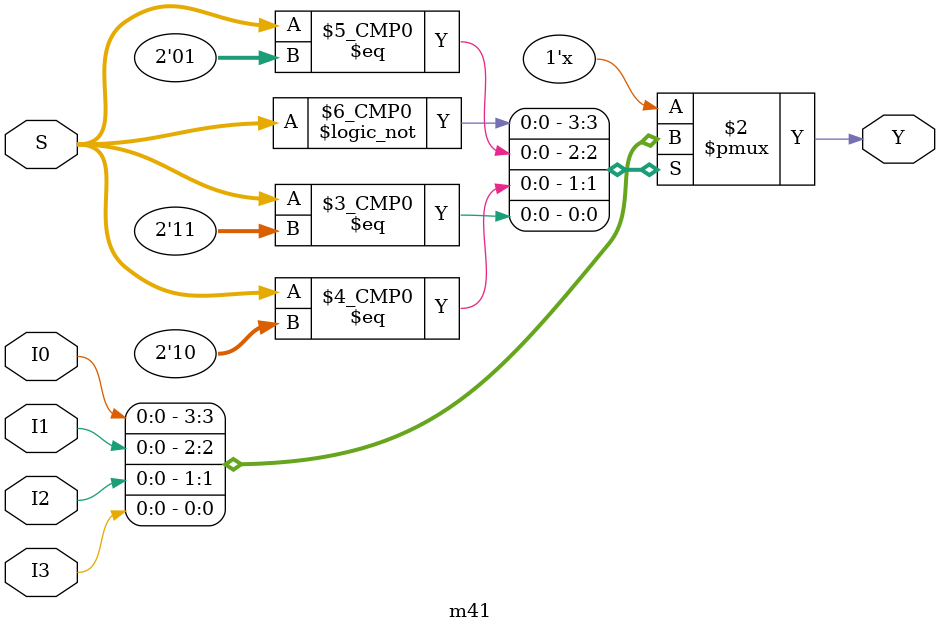
<source format=v>
module m41(input I0, input I1, input I2, input I3, input [1:0] S, output reg Y);

always @(*) begin

	case(S)
		2'b00: Y = I0;
		2'b01: Y = I1;
		2'b10: Y = I2;
		2'b11: Y = I3;
	endcase

end

endmodule
</source>
